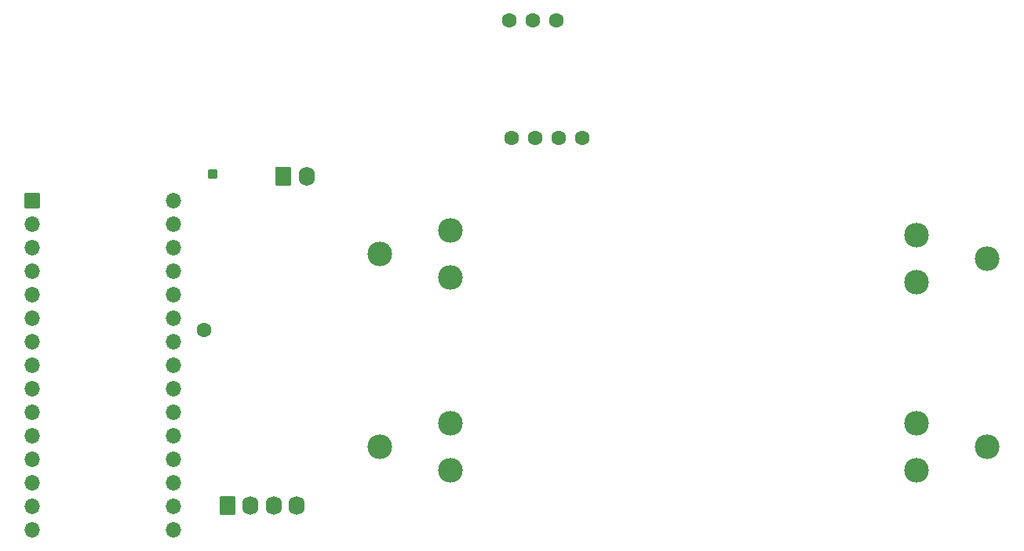
<source format=gbr>
%TF.GenerationSoftware,KiCad,Pcbnew,8.0.8*%
%TF.CreationDate,2025-03-07T18:47:05-08:00*%
%TF.ProjectId,ROCKETRY Camera PCB,524f434b-4554-4525-9920-43616d657261,Rev2.3*%
%TF.SameCoordinates,Original*%
%TF.FileFunction,Soldermask,Bot*%
%TF.FilePolarity,Negative*%
%FSLAX46Y46*%
G04 Gerber Fmt 4.6, Leading zero omitted, Abs format (unit mm)*
G04 Created by KiCad (PCBNEW 8.0.8) date 2025-03-07 18:47:05*
%MOMM*%
%LPD*%
G01*
G04 APERTURE LIST*
G04 Aperture macros list*
%AMRoundRect*
0 Rectangle with rounded corners*
0 $1 Rounding radius*
0 $2 $3 $4 $5 $6 $7 $8 $9 X,Y pos of 4 corners*
0 Add a 4 corners polygon primitive as box body*
4,1,4,$2,$3,$4,$5,$6,$7,$8,$9,$2,$3,0*
0 Add four circle primitives for the rounded corners*
1,1,$1+$1,$2,$3*
1,1,$1+$1,$4,$5*
1,1,$1+$1,$6,$7*
1,1,$1+$1,$8,$9*
0 Add four rect primitives between the rounded corners*
20,1,$1+$1,$2,$3,$4,$5,0*
20,1,$1+$1,$4,$5,$6,$7,0*
20,1,$1+$1,$6,$7,$8,$9,0*
20,1,$1+$1,$8,$9,$2,$3,0*%
G04 Aperture macros list end*
%ADD10RoundRect,0.261177X-0.626823X-0.751823X0.626823X-0.751823X0.626823X0.751823X-0.626823X0.751823X0*%
%ADD11O,1.776000X2.026000*%
%ADD12RoundRect,0.038000X-0.800000X-0.800000X0.800000X-0.800000X0.800000X0.800000X-0.800000X0.800000X0*%
%ADD13O,1.676000X1.676000*%
%ADD14RoundRect,0.038000X-0.425000X-0.425000X0.425000X-0.425000X0.425000X0.425000X-0.425000X0.425000X0*%
%ADD15C,2.666800*%
%ADD16RoundRect,0.261177X-0.626823X-0.776823X0.626823X-0.776823X0.626823X0.776823X-0.626823X0.776823X0*%
%ADD17O,1.776000X2.076000*%
%ADD18C,1.600000*%
G04 APERTURE END LIST*
D10*
%TO.C,J2*%
X108010000Y-114029000D03*
D11*
X110510000Y-114029000D03*
X113010000Y-114029000D03*
X115510000Y-114029000D03*
%TD*%
D12*
%TO.C,A1*%
X86960000Y-81100000D03*
D13*
X86960000Y-83640000D03*
X86960000Y-86180000D03*
X86960000Y-88720000D03*
X86960000Y-91260000D03*
X86960000Y-93800000D03*
X86960000Y-96340000D03*
X86960000Y-98880000D03*
X86960000Y-101420000D03*
X86960000Y-103960000D03*
X86960000Y-106500000D03*
X86960000Y-109040000D03*
X86960000Y-111580000D03*
X86960000Y-114120000D03*
X86960000Y-116660000D03*
X102200000Y-116660000D03*
X102200000Y-114120000D03*
X102200000Y-111580000D03*
X102200000Y-109040000D03*
X102200000Y-106500000D03*
X102200000Y-103960000D03*
X102200000Y-101420000D03*
X102200000Y-98880000D03*
X102200000Y-96340000D03*
X102200000Y-93800000D03*
X102200000Y-91260000D03*
X102200000Y-88720000D03*
X102200000Y-86180000D03*
X102200000Y-83640000D03*
X102200000Y-81100000D03*
%TD*%
D14*
%TO.C,J5*%
X106426000Y-78232000D03*
%TD*%
D15*
%TO.C,BT2*%
X124492000Y-107696000D03*
X132112000Y-105156000D03*
X132112000Y-110236000D03*
X182372000Y-105156000D03*
X182372000Y-110236000D03*
X189992000Y-107696000D03*
%TD*%
%TO.C,BT1*%
X124492000Y-86868000D03*
X132112000Y-84328000D03*
X132112000Y-89408000D03*
X182372000Y-84828000D03*
X182372000Y-89908000D03*
X189992000Y-87368000D03*
%TD*%
D16*
%TO.C,J1*%
X114066000Y-78469000D03*
D17*
X116566000Y-78469000D03*
%TD*%
D18*
%TO.C,J4*%
X105500000Y-95000000D03*
%TD*%
%TO.C,U1*%
X138420000Y-61600000D03*
X140960000Y-61600000D03*
X143500000Y-61600000D03*
X138674000Y-74300000D03*
X141214000Y-74300000D03*
X143754000Y-74300000D03*
X146294000Y-74300000D03*
%TD*%
M02*

</source>
